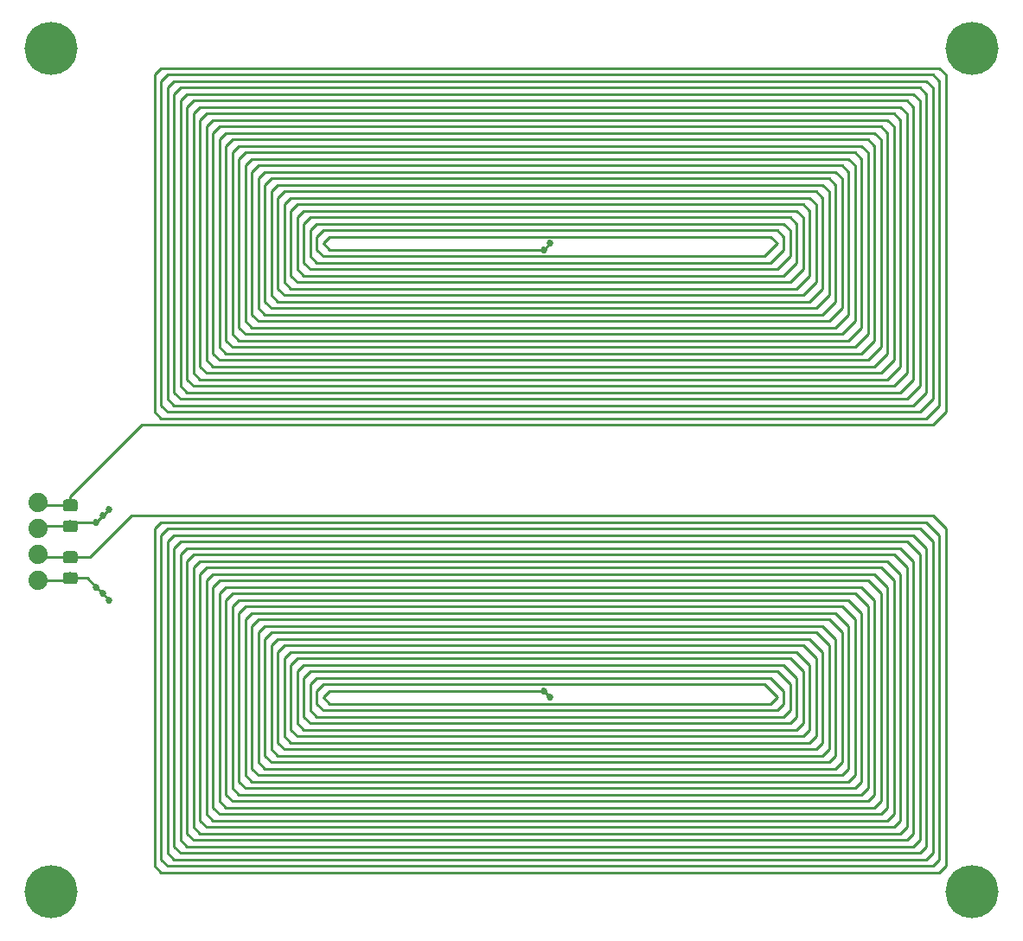
<source format=gbr>
G04 #@! TF.GenerationSoftware,KiCad,Pcbnew,(5.0.2)-1*
G04 #@! TF.CreationDate,2020-06-24T22:28:35-05:00*
G04 #@! TF.ProjectId,ProximityTankTwo_V1,50726f78-696d-4697-9479-54616e6b5477,rev?*
G04 #@! TF.SameCoordinates,Original*
G04 #@! TF.FileFunction,Copper,L1,Top*
G04 #@! TF.FilePolarity,Positive*
%FSLAX46Y46*%
G04 Gerber Fmt 4.6, Leading zero omitted, Abs format (unit mm)*
G04 Created by KiCad (PCBNEW (5.0.2)-1) date 6/24/2020 10:28:35 PM*
%MOMM*%
%LPD*%
G01*
G04 APERTURE LIST*
G04 #@! TA.AperFunction,Conductor*
%ADD10C,0.100000*%
G04 #@! TD*
G04 #@! TA.AperFunction,SMDPad,CuDef*
%ADD11C,1.150000*%
G04 #@! TD*
G04 #@! TA.AperFunction,ComponentPad*
%ADD12C,5.200000*%
G04 #@! TD*
G04 #@! TA.AperFunction,ComponentPad*
%ADD13C,0.500000*%
G04 #@! TD*
G04 #@! TA.AperFunction,ComponentPad*
%ADD14C,1.879600*%
G04 #@! TD*
G04 #@! TA.AperFunction,ViaPad*
%ADD15C,0.685800*%
G04 #@! TD*
G04 #@! TA.AperFunction,Conductor*
%ADD16C,0.254000*%
G04 #@! TD*
G04 APERTURE END LIST*
D10*
G04 #@! TO.N,/LC1*
G04 #@! TO.C,C1*
G36*
X30954505Y-72696204D02*
X30978773Y-72699804D01*
X31002572Y-72705765D01*
X31025671Y-72714030D01*
X31047850Y-72724520D01*
X31068893Y-72737132D01*
X31088599Y-72751747D01*
X31106777Y-72768223D01*
X31123253Y-72786401D01*
X31137868Y-72806107D01*
X31150480Y-72827150D01*
X31160970Y-72849329D01*
X31169235Y-72872428D01*
X31175196Y-72896227D01*
X31178796Y-72920495D01*
X31180000Y-72944999D01*
X31180000Y-73595001D01*
X31178796Y-73619505D01*
X31175196Y-73643773D01*
X31169235Y-73667572D01*
X31160970Y-73690671D01*
X31150480Y-73712850D01*
X31137868Y-73733893D01*
X31123253Y-73753599D01*
X31106777Y-73771777D01*
X31088599Y-73788253D01*
X31068893Y-73802868D01*
X31047850Y-73815480D01*
X31025671Y-73825970D01*
X31002572Y-73834235D01*
X30978773Y-73840196D01*
X30954505Y-73843796D01*
X30930001Y-73845000D01*
X30029999Y-73845000D01*
X30005495Y-73843796D01*
X29981227Y-73840196D01*
X29957428Y-73834235D01*
X29934329Y-73825970D01*
X29912150Y-73815480D01*
X29891107Y-73802868D01*
X29871401Y-73788253D01*
X29853223Y-73771777D01*
X29836747Y-73753599D01*
X29822132Y-73733893D01*
X29809520Y-73712850D01*
X29799030Y-73690671D01*
X29790765Y-73667572D01*
X29784804Y-73643773D01*
X29781204Y-73619505D01*
X29780000Y-73595001D01*
X29780000Y-72944999D01*
X29781204Y-72920495D01*
X29784804Y-72896227D01*
X29790765Y-72872428D01*
X29799030Y-72849329D01*
X29809520Y-72827150D01*
X29822132Y-72806107D01*
X29836747Y-72786401D01*
X29853223Y-72768223D01*
X29871401Y-72751747D01*
X29891107Y-72737132D01*
X29912150Y-72724520D01*
X29934329Y-72714030D01*
X29957428Y-72705765D01*
X29981227Y-72699804D01*
X30005495Y-72696204D01*
X30029999Y-72695000D01*
X30930001Y-72695000D01*
X30954505Y-72696204D01*
X30954505Y-72696204D01*
G37*
D11*
G04 #@! TD*
G04 #@! TO.P,C1,2*
G04 #@! TO.N,/LC1*
X30480000Y-73270000D03*
D10*
G04 #@! TO.N,/LC1*
G04 #@! TO.C,C1*
G36*
X30954505Y-74746204D02*
X30978773Y-74749804D01*
X31002572Y-74755765D01*
X31025671Y-74764030D01*
X31047850Y-74774520D01*
X31068893Y-74787132D01*
X31088599Y-74801747D01*
X31106777Y-74818223D01*
X31123253Y-74836401D01*
X31137868Y-74856107D01*
X31150480Y-74877150D01*
X31160970Y-74899329D01*
X31169235Y-74922428D01*
X31175196Y-74946227D01*
X31178796Y-74970495D01*
X31180000Y-74994999D01*
X31180000Y-75645001D01*
X31178796Y-75669505D01*
X31175196Y-75693773D01*
X31169235Y-75717572D01*
X31160970Y-75740671D01*
X31150480Y-75762850D01*
X31137868Y-75783893D01*
X31123253Y-75803599D01*
X31106777Y-75821777D01*
X31088599Y-75838253D01*
X31068893Y-75852868D01*
X31047850Y-75865480D01*
X31025671Y-75875970D01*
X31002572Y-75884235D01*
X30978773Y-75890196D01*
X30954505Y-75893796D01*
X30930001Y-75895000D01*
X30029999Y-75895000D01*
X30005495Y-75893796D01*
X29981227Y-75890196D01*
X29957428Y-75884235D01*
X29934329Y-75875970D01*
X29912150Y-75865480D01*
X29891107Y-75852868D01*
X29871401Y-75838253D01*
X29853223Y-75821777D01*
X29836747Y-75803599D01*
X29822132Y-75783893D01*
X29809520Y-75762850D01*
X29799030Y-75740671D01*
X29790765Y-75717572D01*
X29784804Y-75693773D01*
X29781204Y-75669505D01*
X29780000Y-75645001D01*
X29780000Y-74994999D01*
X29781204Y-74970495D01*
X29784804Y-74946227D01*
X29790765Y-74922428D01*
X29799030Y-74899329D01*
X29809520Y-74877150D01*
X29822132Y-74856107D01*
X29836747Y-74836401D01*
X29853223Y-74818223D01*
X29871401Y-74801747D01*
X29891107Y-74787132D01*
X29912150Y-74774520D01*
X29934329Y-74764030D01*
X29957428Y-74755765D01*
X29981227Y-74749804D01*
X30005495Y-74746204D01*
X30029999Y-74745000D01*
X30930001Y-74745000D01*
X30954505Y-74746204D01*
X30954505Y-74746204D01*
G37*
D11*
G04 #@! TD*
G04 #@! TO.P,C1,1*
G04 #@! TO.N,/LC1*
X30480000Y-75320000D03*
D10*
G04 #@! TO.N,/LC2*
G04 #@! TO.C,C2*
G36*
X30954505Y-79826204D02*
X30978773Y-79829804D01*
X31002572Y-79835765D01*
X31025671Y-79844030D01*
X31047850Y-79854520D01*
X31068893Y-79867132D01*
X31088599Y-79881747D01*
X31106777Y-79898223D01*
X31123253Y-79916401D01*
X31137868Y-79936107D01*
X31150480Y-79957150D01*
X31160970Y-79979329D01*
X31169235Y-80002428D01*
X31175196Y-80026227D01*
X31178796Y-80050495D01*
X31180000Y-80074999D01*
X31180000Y-80725001D01*
X31178796Y-80749505D01*
X31175196Y-80773773D01*
X31169235Y-80797572D01*
X31160970Y-80820671D01*
X31150480Y-80842850D01*
X31137868Y-80863893D01*
X31123253Y-80883599D01*
X31106777Y-80901777D01*
X31088599Y-80918253D01*
X31068893Y-80932868D01*
X31047850Y-80945480D01*
X31025671Y-80955970D01*
X31002572Y-80964235D01*
X30978773Y-80970196D01*
X30954505Y-80973796D01*
X30930001Y-80975000D01*
X30029999Y-80975000D01*
X30005495Y-80973796D01*
X29981227Y-80970196D01*
X29957428Y-80964235D01*
X29934329Y-80955970D01*
X29912150Y-80945480D01*
X29891107Y-80932868D01*
X29871401Y-80918253D01*
X29853223Y-80901777D01*
X29836747Y-80883599D01*
X29822132Y-80863893D01*
X29809520Y-80842850D01*
X29799030Y-80820671D01*
X29790765Y-80797572D01*
X29784804Y-80773773D01*
X29781204Y-80749505D01*
X29780000Y-80725001D01*
X29780000Y-80074999D01*
X29781204Y-80050495D01*
X29784804Y-80026227D01*
X29790765Y-80002428D01*
X29799030Y-79979329D01*
X29809520Y-79957150D01*
X29822132Y-79936107D01*
X29836747Y-79916401D01*
X29853223Y-79898223D01*
X29871401Y-79881747D01*
X29891107Y-79867132D01*
X29912150Y-79854520D01*
X29934329Y-79844030D01*
X29957428Y-79835765D01*
X29981227Y-79829804D01*
X30005495Y-79826204D01*
X30029999Y-79825000D01*
X30930001Y-79825000D01*
X30954505Y-79826204D01*
X30954505Y-79826204D01*
G37*
D11*
G04 #@! TD*
G04 #@! TO.P,C2,1*
G04 #@! TO.N,/LC2*
X30480000Y-80400000D03*
D10*
G04 #@! TO.N,/LC2*
G04 #@! TO.C,C2*
G36*
X30954505Y-77776204D02*
X30978773Y-77779804D01*
X31002572Y-77785765D01*
X31025671Y-77794030D01*
X31047850Y-77804520D01*
X31068893Y-77817132D01*
X31088599Y-77831747D01*
X31106777Y-77848223D01*
X31123253Y-77866401D01*
X31137868Y-77886107D01*
X31150480Y-77907150D01*
X31160970Y-77929329D01*
X31169235Y-77952428D01*
X31175196Y-77976227D01*
X31178796Y-78000495D01*
X31180000Y-78024999D01*
X31180000Y-78675001D01*
X31178796Y-78699505D01*
X31175196Y-78723773D01*
X31169235Y-78747572D01*
X31160970Y-78770671D01*
X31150480Y-78792850D01*
X31137868Y-78813893D01*
X31123253Y-78833599D01*
X31106777Y-78851777D01*
X31088599Y-78868253D01*
X31068893Y-78882868D01*
X31047850Y-78895480D01*
X31025671Y-78905970D01*
X31002572Y-78914235D01*
X30978773Y-78920196D01*
X30954505Y-78923796D01*
X30930001Y-78925000D01*
X30029999Y-78925000D01*
X30005495Y-78923796D01*
X29981227Y-78920196D01*
X29957428Y-78914235D01*
X29934329Y-78905970D01*
X29912150Y-78895480D01*
X29891107Y-78882868D01*
X29871401Y-78868253D01*
X29853223Y-78851777D01*
X29836747Y-78833599D01*
X29822132Y-78813893D01*
X29809520Y-78792850D01*
X29799030Y-78770671D01*
X29790765Y-78747572D01*
X29784804Y-78723773D01*
X29781204Y-78699505D01*
X29780000Y-78675001D01*
X29780000Y-78024999D01*
X29781204Y-78000495D01*
X29784804Y-77976227D01*
X29790765Y-77952428D01*
X29799030Y-77929329D01*
X29809520Y-77907150D01*
X29822132Y-77886107D01*
X29836747Y-77866401D01*
X29853223Y-77848223D01*
X29871401Y-77831747D01*
X29891107Y-77817132D01*
X29912150Y-77804520D01*
X29934329Y-77794030D01*
X29957428Y-77785765D01*
X29981227Y-77779804D01*
X30005495Y-77776204D01*
X30029999Y-77775000D01*
X30930001Y-77775000D01*
X30954505Y-77776204D01*
X30954505Y-77776204D01*
G37*
D11*
G04 #@! TD*
G04 #@! TO.P,C2,2*
G04 #@! TO.N,/LC2*
X30480000Y-78350000D03*
D12*
G04 #@! TO.P,H1,1*
G04 #@! TO.N,Net-(H1-Pad1)*
X28575000Y-28575000D03*
D13*
X30607000Y-28575000D03*
X26543000Y-28575000D03*
X28575000Y-26543000D03*
X28575000Y-30607000D03*
X30099000Y-30099000D03*
X30099000Y-27051000D03*
X27051000Y-27051000D03*
X27051000Y-30099000D03*
G04 #@! TD*
D12*
G04 #@! TO.P,H2,1*
G04 #@! TO.N,Net-(H2-Pad1)*
X118745000Y-28575000D03*
D13*
X120777000Y-28575000D03*
X116713000Y-28575000D03*
X118745000Y-26543000D03*
X118745000Y-30607000D03*
X120269000Y-30099000D03*
X120269000Y-27051000D03*
X117221000Y-27051000D03*
X117221000Y-30099000D03*
G04 #@! TD*
G04 #@! TO.P,H3,1*
G04 #@! TO.N,Net-(H3-Pad1)*
X117221000Y-112649000D03*
X117221000Y-109601000D03*
X120269000Y-109601000D03*
X120269000Y-112649000D03*
X118745000Y-113157000D03*
X118745000Y-109093000D03*
X116713000Y-111125000D03*
X120777000Y-111125000D03*
D12*
X118745000Y-111125000D03*
G04 #@! TD*
D13*
G04 #@! TO.P,H4,1*
G04 #@! TO.N,Net-(H4-Pad1)*
X27051000Y-112649000D03*
X27051000Y-109601000D03*
X30099000Y-109601000D03*
X30099000Y-112649000D03*
X28575000Y-113157000D03*
X28575000Y-109093000D03*
X26543000Y-111125000D03*
X30607000Y-111125000D03*
D12*
X28575000Y-111125000D03*
G04 #@! TD*
D14*
G04 #@! TO.P,J1,1*
G04 #@! TO.N,/LC1*
X27305000Y-73025000D03*
G04 #@! TO.P,J1,2*
X27305000Y-75565000D03*
G04 #@! TO.P,J1,3*
G04 #@! TO.N,/LC2*
X27305000Y-78105000D03*
G04 #@! TO.P,J1,4*
X27305000Y-80645000D03*
G04 #@! TD*
D15*
G04 #@! TO.N,/LC2*
X76835000Y-91440000D03*
X76835000Y-91440000D03*
X33020000Y-81280000D03*
X33655000Y-81915000D03*
X34290000Y-82550000D03*
X77470000Y-92075000D03*
X77470000Y-92075000D03*
G04 #@! TO.N,/LC1*
X76835000Y-48260000D03*
X76835000Y-48260000D03*
X77470000Y-47625000D03*
X77470000Y-47625000D03*
X33020000Y-74930000D03*
X33655000Y-74295000D03*
X34290000Y-73660000D03*
G04 #@! TD*
D16*
G04 #@! TO.N,/LC1*
X77470000Y-47625000D02*
X77470000Y-47625000D01*
G04 #@! TO.N,/LC2*
X52070000Y-88900000D02*
X52070000Y-95250000D01*
X52705000Y-88265000D02*
X52070000Y-88900000D01*
X100965000Y-88265000D02*
X52705000Y-88265000D01*
X102235000Y-89535000D02*
X100965000Y-88265000D01*
X102235000Y-94615000D02*
X102235000Y-89535000D01*
X101600000Y-95250000D02*
X102235000Y-94615000D01*
X99060000Y-90170000D02*
X54610000Y-90170000D01*
X100330000Y-91440000D02*
X99060000Y-90170000D01*
X100965000Y-90805000D02*
X99695000Y-89535000D01*
X99695000Y-93345000D02*
X100330000Y-92710000D01*
X100965000Y-93345000D02*
X100965000Y-90805000D01*
X55245000Y-93345000D02*
X99695000Y-93345000D01*
X99060000Y-92710000D02*
X99695000Y-92075000D01*
X54610000Y-92710000D02*
X55245000Y-93345000D01*
X55245000Y-90805000D02*
X54610000Y-91440000D01*
X98425000Y-90805000D02*
X55245000Y-90805000D01*
X100330000Y-92710000D02*
X100330000Y-91440000D01*
X99695000Y-92075000D02*
X98425000Y-90805000D01*
X54610000Y-91440000D02*
X54610000Y-92710000D01*
X77470000Y-92075000D02*
X77470000Y-92075000D01*
X76835000Y-91440000D02*
X76835000Y-91440000D01*
X55880000Y-91440000D02*
X55245000Y-92075000D01*
X55245000Y-92075000D02*
X55880000Y-92710000D01*
X55880000Y-92710000D02*
X99060000Y-92710000D01*
X54610000Y-90170000D02*
X53975000Y-90805000D01*
X53975000Y-90805000D02*
X53975000Y-93345000D01*
X100330000Y-93980000D02*
X100965000Y-93345000D01*
X53975000Y-93345000D02*
X54610000Y-93980000D01*
X54610000Y-93980000D02*
X100330000Y-93980000D01*
X100330000Y-88900000D02*
X53340000Y-88900000D01*
X99695000Y-89535000D02*
X53975000Y-89535000D01*
X53975000Y-89535000D02*
X53340000Y-90170000D01*
X53340000Y-90170000D02*
X53340000Y-93980000D01*
X53340000Y-93980000D02*
X53975000Y-94615000D01*
X52705000Y-89535000D02*
X52705000Y-94615000D01*
X53975000Y-94615000D02*
X100965000Y-94615000D01*
X100965000Y-94615000D02*
X101600000Y-93980000D01*
X101600000Y-93980000D02*
X101600000Y-90170000D01*
X101600000Y-90170000D02*
X100330000Y-88900000D01*
X53340000Y-88900000D02*
X52705000Y-89535000D01*
X52705000Y-94615000D02*
X53340000Y-95250000D01*
X53340000Y-95250000D02*
X101600000Y-95250000D01*
X52070000Y-95250000D02*
X52705000Y-95885000D01*
X52705000Y-95885000D02*
X102235000Y-95885000D01*
X102235000Y-95885000D02*
X102870000Y-95250000D01*
X102870000Y-95250000D02*
X102870000Y-88900000D01*
X103505000Y-95885000D02*
X103505000Y-88265000D01*
X104140000Y-96520000D02*
X104140000Y-87630000D01*
X104775000Y-97155000D02*
X104775000Y-86995000D01*
X102870000Y-88900000D02*
X101600000Y-87630000D01*
X101600000Y-87630000D02*
X52070000Y-87630000D01*
X52070000Y-87630000D02*
X51435000Y-88265000D01*
X51435000Y-88265000D02*
X51435000Y-95885000D01*
X51435000Y-95885000D02*
X52070000Y-96520000D01*
X52070000Y-96520000D02*
X102870000Y-96520000D01*
X102870000Y-96520000D02*
X103505000Y-95885000D01*
X103505000Y-88265000D02*
X102235000Y-86995000D01*
X102235000Y-86995000D02*
X51435000Y-86995000D01*
X51435000Y-86995000D02*
X50800000Y-87630000D01*
X50800000Y-87630000D02*
X50800000Y-96520000D01*
X50800000Y-96520000D02*
X51435000Y-97155000D01*
X51435000Y-97155000D02*
X103505000Y-97155000D01*
X103505000Y-97155000D02*
X104140000Y-96520000D01*
X104140000Y-87630000D02*
X102870000Y-86360000D01*
X102870000Y-86360000D02*
X50800000Y-86360000D01*
X50800000Y-86360000D02*
X50165000Y-86995000D01*
X50165000Y-86995000D02*
X50165000Y-97155000D01*
X50165000Y-97155000D02*
X50800000Y-97790000D01*
X50800000Y-97790000D02*
X104140000Y-97790000D01*
X104140000Y-97790000D02*
X104775000Y-97155000D01*
X104775000Y-86995000D02*
X103505000Y-85725000D01*
X103505000Y-85725000D02*
X50165000Y-85725000D01*
X50165000Y-85725000D02*
X49530000Y-86360000D01*
X49530000Y-86360000D02*
X49530000Y-97790000D01*
X49530000Y-97790000D02*
X50165000Y-98425000D01*
X50165000Y-98425000D02*
X104775000Y-98425000D01*
X104775000Y-98425000D02*
X105410000Y-97790000D01*
X105410000Y-97790000D02*
X105410000Y-86360000D01*
X105410000Y-86360000D02*
X104140000Y-85090000D01*
X104140000Y-85090000D02*
X50165000Y-85090000D01*
X50165000Y-85090000D02*
X49530000Y-85090000D01*
X49530000Y-85090000D02*
X48895000Y-85725000D01*
X48895000Y-85725000D02*
X48895000Y-98425000D01*
X48895000Y-98425000D02*
X49530000Y-99060000D01*
X49530000Y-99060000D02*
X105410000Y-99060000D01*
X105410000Y-99060000D02*
X106045000Y-98425000D01*
X106045000Y-98425000D02*
X106045000Y-85725000D01*
X106045000Y-85725000D02*
X104775000Y-84455000D01*
X104775000Y-84455000D02*
X48895000Y-84455000D01*
X48895000Y-84455000D02*
X48260000Y-85090000D01*
X48260000Y-85090000D02*
X48260000Y-99060000D01*
X48260000Y-99060000D02*
X48895000Y-99695000D01*
X48895000Y-99695000D02*
X106045000Y-99695000D01*
X106045000Y-99695000D02*
X106680000Y-99060000D01*
X106680000Y-99060000D02*
X106680000Y-85090000D01*
X106680000Y-85090000D02*
X105410000Y-83820000D01*
X105410000Y-83820000D02*
X48260000Y-83820000D01*
X48260000Y-83820000D02*
X47625000Y-84455000D01*
X47625000Y-84455000D02*
X47625000Y-99695000D01*
X47625000Y-99695000D02*
X48260000Y-100330000D01*
X48260000Y-100330000D02*
X106680000Y-100330000D01*
X106680000Y-100330000D02*
X107315000Y-99695000D01*
X107315000Y-99695000D02*
X107315000Y-84455000D01*
X107315000Y-84455000D02*
X106045000Y-83185000D01*
X106045000Y-83185000D02*
X47625000Y-83185000D01*
X47625000Y-83185000D02*
X46990000Y-83820000D01*
X46990000Y-83820000D02*
X46990000Y-100330000D01*
X46990000Y-100330000D02*
X47625000Y-100965000D01*
X47625000Y-100965000D02*
X107315000Y-100965000D01*
X107315000Y-100965000D02*
X107950000Y-100330000D01*
X107950000Y-100330000D02*
X107950000Y-83820000D01*
X107950000Y-83820000D02*
X106680000Y-82550000D01*
X106680000Y-82550000D02*
X46990000Y-82550000D01*
X46990000Y-82550000D02*
X46355000Y-83185000D01*
X46355000Y-83185000D02*
X46355000Y-100965000D01*
X46355000Y-100965000D02*
X46990000Y-101600000D01*
X46990000Y-101600000D02*
X107950000Y-101600000D01*
X107950000Y-101600000D02*
X108585000Y-100965000D01*
X108585000Y-100965000D02*
X108585000Y-83185000D01*
X108585000Y-83185000D02*
X107315000Y-81915000D01*
X107315000Y-81915000D02*
X46355000Y-81915000D01*
X46355000Y-81915000D02*
X45720000Y-82550000D01*
X45720000Y-82550000D02*
X45720000Y-101600000D01*
X45720000Y-101600000D02*
X46355000Y-102235000D01*
X46355000Y-102235000D02*
X108585000Y-102235000D01*
X108585000Y-102235000D02*
X109220000Y-101600000D01*
X109220000Y-101600000D02*
X109220000Y-82550000D01*
X109220000Y-82550000D02*
X107950000Y-81280000D01*
X107950000Y-81280000D02*
X45720000Y-81280000D01*
X45720000Y-81280000D02*
X45085000Y-81915000D01*
X45085000Y-81915000D02*
X45085000Y-102235000D01*
X45085000Y-102235000D02*
X45720000Y-102870000D01*
X45720000Y-102870000D02*
X109220000Y-102870000D01*
X109220000Y-102870000D02*
X109855000Y-102235000D01*
X109855000Y-102235000D02*
X109855000Y-81915000D01*
X109855000Y-81915000D02*
X108585000Y-80645000D01*
X108585000Y-80645000D02*
X45085000Y-80645000D01*
X45085000Y-80645000D02*
X44450000Y-81280000D01*
X44450000Y-81280000D02*
X44450000Y-102870000D01*
X44450000Y-102870000D02*
X45085000Y-103505000D01*
X45085000Y-103505000D02*
X109855000Y-103505000D01*
X109855000Y-103505000D02*
X110490000Y-102870000D01*
X110490000Y-102870000D02*
X110490000Y-81280000D01*
X110490000Y-81280000D02*
X109220000Y-80010000D01*
X109220000Y-80010000D02*
X45085000Y-80010000D01*
X45085000Y-80010000D02*
X44450000Y-80010000D01*
X44450000Y-80010000D02*
X43815000Y-80645000D01*
X43815000Y-80645000D02*
X43815000Y-103505000D01*
X43815000Y-103505000D02*
X44450000Y-104140000D01*
X44450000Y-104140000D02*
X110490000Y-104140000D01*
X110490000Y-104140000D02*
X111125000Y-103505000D01*
X111125000Y-103505000D02*
X111125000Y-80645000D01*
X111125000Y-80645000D02*
X109855000Y-79375000D01*
X109855000Y-79375000D02*
X43815000Y-79375000D01*
X43815000Y-79375000D02*
X43180000Y-80010000D01*
X43180000Y-80010000D02*
X43180000Y-104140000D01*
X43180000Y-104140000D02*
X43815000Y-104775000D01*
X43815000Y-104775000D02*
X111125000Y-104775000D01*
X111125000Y-104775000D02*
X111760000Y-104140000D01*
X111760000Y-104140000D02*
X111760000Y-80010000D01*
X111760000Y-80010000D02*
X110490000Y-78740000D01*
X110490000Y-78740000D02*
X43180000Y-78740000D01*
X43180000Y-78740000D02*
X42545000Y-79375000D01*
X42545000Y-79375000D02*
X42545000Y-104775000D01*
X42545000Y-104775000D02*
X43180000Y-105410000D01*
X43180000Y-105410000D02*
X111760000Y-105410000D01*
X111760000Y-105410000D02*
X112395000Y-104775000D01*
X112395000Y-104775000D02*
X112395000Y-79375000D01*
X112395000Y-79375000D02*
X111125000Y-78105000D01*
X111125000Y-78105000D02*
X42545000Y-78105000D01*
X42545000Y-78105000D02*
X41910000Y-78740000D01*
X41910000Y-78740000D02*
X41910000Y-105410000D01*
X41910000Y-105410000D02*
X42545000Y-106045000D01*
X42545000Y-106045000D02*
X112395000Y-106045000D01*
X112395000Y-106045000D02*
X113030000Y-105410000D01*
X113030000Y-105410000D02*
X113030000Y-78740000D01*
X113030000Y-78740000D02*
X111760000Y-77470000D01*
X111760000Y-77470000D02*
X41910000Y-77470000D01*
X41910000Y-77470000D02*
X41275000Y-78105000D01*
X41275000Y-78105000D02*
X41275000Y-106045000D01*
X41275000Y-106045000D02*
X41910000Y-106680000D01*
X41910000Y-106680000D02*
X113030000Y-106680000D01*
X113030000Y-106680000D02*
X113665000Y-106045000D01*
X113665000Y-106045000D02*
X113665000Y-78105000D01*
X113665000Y-78105000D02*
X112395000Y-76835000D01*
X112395000Y-76835000D02*
X41275000Y-76835000D01*
X41275000Y-76835000D02*
X40640000Y-77470000D01*
X40640000Y-77470000D02*
X40640000Y-106680000D01*
X40640000Y-106680000D02*
X41275000Y-107315000D01*
X41275000Y-107315000D02*
X113665000Y-107315000D01*
X113665000Y-107315000D02*
X114300000Y-106680000D01*
X114300000Y-106680000D02*
X114300000Y-77470000D01*
X114300000Y-77470000D02*
X113030000Y-76200000D01*
X113030000Y-76200000D02*
X40640000Y-76200000D01*
X40640000Y-76200000D02*
X40005000Y-76835000D01*
X40005000Y-76835000D02*
X40005000Y-107315000D01*
X40005000Y-107315000D02*
X40640000Y-107950000D01*
X40640000Y-107950000D02*
X114300000Y-107950000D01*
X114300000Y-107950000D02*
X114935000Y-107315000D01*
X114935000Y-107315000D02*
X114935000Y-76835000D01*
X114935000Y-76835000D02*
X113665000Y-75565000D01*
X113665000Y-75565000D02*
X40005000Y-75565000D01*
X40005000Y-75565000D02*
X39370000Y-76200000D01*
X39370000Y-76200000D02*
X39370000Y-107950000D01*
X39370000Y-107950000D02*
X40005000Y-108585000D01*
X40005000Y-108585000D02*
X114935000Y-108585000D01*
X114935000Y-108585000D02*
X115570000Y-107950000D01*
X115570000Y-107950000D02*
X115570000Y-76200000D01*
X115570000Y-76200000D02*
X114300000Y-74930000D01*
X114300000Y-74930000D02*
X39370000Y-74930000D01*
X39370000Y-74930000D02*
X38735000Y-75565000D01*
X38735000Y-75565000D02*
X38735000Y-108585000D01*
X38735000Y-108585000D02*
X39370000Y-109220000D01*
X39370000Y-109220000D02*
X57785000Y-109220000D01*
X57785000Y-109220000D02*
X92710000Y-109220000D01*
X92710000Y-109220000D02*
X115570000Y-109220000D01*
X115570000Y-109220000D02*
X116205000Y-108585000D01*
X116205000Y-108585000D02*
X116205000Y-75565000D01*
X116205000Y-75565000D02*
X114935000Y-74295000D01*
X114935000Y-74295000D02*
X85725000Y-74295000D01*
X85725000Y-74295000D02*
X68580000Y-74295000D01*
X68580000Y-74295000D02*
X40005000Y-74295000D01*
X40005000Y-74295000D02*
X38735000Y-74295000D01*
X38735000Y-74295000D02*
X37465000Y-74295000D01*
X36440000Y-74295000D02*
X32385000Y-78350000D01*
X37465000Y-74295000D02*
X36440000Y-74295000D01*
X30480000Y-78350000D02*
X32385000Y-78350000D01*
X27550000Y-78350000D02*
X27305000Y-78105000D01*
X30480000Y-78350000D02*
X27550000Y-78350000D01*
X30235000Y-80645000D02*
X30480000Y-80400000D01*
X27305000Y-80645000D02*
X30235000Y-80645000D01*
X30480000Y-80400000D02*
X32140000Y-80400000D01*
X76835000Y-91440000D02*
X55880000Y-91440000D01*
X76835000Y-91440000D02*
X76835000Y-91440000D01*
X32140000Y-80400000D02*
X33020000Y-81280000D01*
X33020000Y-81280000D02*
X33655000Y-81915000D01*
X33655000Y-81915000D02*
X34290000Y-82550000D01*
X76835000Y-91440000D02*
X77470000Y-92075000D01*
X77470000Y-92075000D02*
X77470000Y-92075000D01*
X77470000Y-92075000D02*
X77470000Y-92075000D01*
G04 #@! TO.N,/LC1*
X27550000Y-75320000D02*
X27305000Y-75565000D01*
X30480000Y-75320000D02*
X27550000Y-75320000D01*
X76835000Y-48260000D02*
X76835000Y-48260000D01*
X76835000Y-48260000D02*
X76835000Y-48260000D01*
X77470000Y-47625000D02*
X76835000Y-48260000D01*
X77470000Y-47625000D02*
X77470000Y-47625000D01*
X27550000Y-73270000D02*
X27305000Y-73025000D01*
X30480000Y-73270000D02*
X27550000Y-73270000D01*
X30480000Y-72390000D02*
X30480000Y-73270000D01*
X37465000Y-65405000D02*
X30480000Y-72390000D01*
X114935000Y-65405000D02*
X37465000Y-65405000D01*
X116205000Y-64135000D02*
X114935000Y-65405000D01*
X116205000Y-31115000D02*
X116205000Y-64135000D01*
X115570000Y-30480000D02*
X116205000Y-31115000D01*
X38735000Y-31115000D02*
X39370000Y-30480000D01*
X38735000Y-64135000D02*
X38735000Y-31115000D01*
X39370000Y-64770000D02*
X38735000Y-64135000D01*
X114300000Y-64770000D02*
X39370000Y-64770000D01*
X115570000Y-63500000D02*
X114300000Y-64770000D01*
X114935000Y-31115000D02*
X115570000Y-31750000D01*
X40005000Y-31115000D02*
X114935000Y-31115000D01*
X39370000Y-31750000D02*
X40005000Y-31115000D01*
X39370000Y-63500000D02*
X39370000Y-31750000D01*
X40005000Y-64135000D02*
X39370000Y-63500000D01*
X113665000Y-64135000D02*
X40005000Y-64135000D01*
X114935000Y-62865000D02*
X113665000Y-64135000D01*
X114935000Y-32385000D02*
X114935000Y-62865000D01*
X114300000Y-31750000D02*
X114935000Y-32385000D01*
X40640000Y-31750000D02*
X114300000Y-31750000D01*
X40005000Y-32385000D02*
X40640000Y-31750000D01*
X40640000Y-63500000D02*
X40005000Y-62865000D01*
X113030000Y-63500000D02*
X40640000Y-63500000D01*
X114300000Y-62230000D02*
X113030000Y-63500000D01*
X113665000Y-32385000D02*
X114300000Y-33020000D01*
X41275000Y-32385000D02*
X113665000Y-32385000D01*
X40640000Y-33020000D02*
X41275000Y-32385000D01*
X40640000Y-62230000D02*
X40640000Y-33020000D01*
X41275000Y-62865000D02*
X40640000Y-62230000D01*
X112395000Y-62865000D02*
X41275000Y-62865000D01*
X113665000Y-61595000D02*
X112395000Y-62865000D01*
X113665000Y-33655000D02*
X113665000Y-61595000D01*
X113030000Y-33020000D02*
X113665000Y-33655000D01*
X41910000Y-33020000D02*
X113030000Y-33020000D01*
X41275000Y-33655000D02*
X41910000Y-33020000D01*
X41275000Y-61595000D02*
X41275000Y-33655000D01*
X41910000Y-62230000D02*
X41275000Y-61595000D01*
X111760000Y-62230000D02*
X41910000Y-62230000D01*
X113030000Y-60960000D02*
X111760000Y-62230000D01*
X112395000Y-33655000D02*
X113030000Y-34290000D01*
X42545000Y-33655000D02*
X112395000Y-33655000D01*
X41910000Y-34290000D02*
X42545000Y-33655000D01*
X41910000Y-60960000D02*
X41910000Y-34290000D01*
X100330000Y-45720000D02*
X100965000Y-46355000D01*
X104775000Y-42545000D02*
X104775000Y-52705000D01*
X102870000Y-53340000D02*
X50800000Y-53340000D01*
X46990000Y-57150000D02*
X46355000Y-56515000D01*
X115570000Y-31750000D02*
X115570000Y-63500000D01*
X99060000Y-49530000D02*
X54610000Y-49530000D01*
X50800000Y-52070000D02*
X50800000Y-43180000D01*
X51435000Y-52705000D02*
X50800000Y-52070000D01*
X101600000Y-44450000D02*
X102235000Y-45085000D01*
X46990000Y-55880000D02*
X46990000Y-39370000D01*
X50800000Y-43180000D02*
X51435000Y-42545000D01*
X54610000Y-46990000D02*
X55245000Y-46355000D01*
X103505000Y-51435000D02*
X102235000Y-52705000D01*
X44450000Y-35560000D02*
X110490000Y-35560000D01*
X43180000Y-60960000D02*
X42545000Y-60325000D01*
X106680000Y-57150000D02*
X46990000Y-57150000D01*
X102870000Y-43180000D02*
X103505000Y-43815000D01*
X44450000Y-59690000D02*
X43815000Y-59055000D01*
X104775000Y-52705000D02*
X103505000Y-53975000D01*
X99695000Y-50165000D02*
X53975000Y-50165000D01*
X46990000Y-39370000D02*
X47625000Y-38735000D01*
X52070000Y-43180000D02*
X102870000Y-43180000D01*
X45720000Y-38100000D02*
X46355000Y-37465000D01*
X111760000Y-35560000D02*
X111760000Y-59690000D01*
X51435000Y-51435000D02*
X51435000Y-43815000D01*
X46355000Y-37465000D02*
X108585000Y-37465000D01*
X52070000Y-52070000D02*
X51435000Y-51435000D01*
X110490000Y-36830000D02*
X110490000Y-58420000D01*
X49530000Y-41910000D02*
X50165000Y-41275000D01*
X101600000Y-52070000D02*
X52070000Y-52070000D01*
X105410000Y-41910000D02*
X105410000Y-53340000D01*
X102870000Y-50800000D02*
X101600000Y-52070000D01*
X44450000Y-58420000D02*
X44450000Y-36830000D01*
X111760000Y-34290000D02*
X112395000Y-34925000D01*
X102870000Y-44450000D02*
X102870000Y-50800000D01*
X46355000Y-57785000D02*
X45720000Y-57150000D01*
X102235000Y-43815000D02*
X102870000Y-44450000D01*
X52705000Y-43815000D02*
X102235000Y-43815000D01*
X47625000Y-40005000D02*
X48260000Y-39370000D01*
X111125000Y-36195000D02*
X111125000Y-59055000D01*
X104140000Y-52070000D02*
X102870000Y-53340000D01*
X52070000Y-44450000D02*
X52705000Y-43815000D01*
X52705000Y-51435000D02*
X52070000Y-50800000D01*
X44450000Y-36830000D02*
X45085000Y-36195000D01*
X100965000Y-51435000D02*
X52705000Y-51435000D01*
X108585000Y-38735000D02*
X108585000Y-56515000D01*
X102235000Y-45085000D02*
X102235000Y-50165000D01*
X109220000Y-36830000D02*
X109855000Y-37465000D01*
X43815000Y-34925000D02*
X111125000Y-34925000D01*
X51435000Y-43815000D02*
X52070000Y-43180000D01*
X107315000Y-38735000D02*
X107950000Y-39370000D01*
X43180000Y-59690000D02*
X43180000Y-35560000D01*
X39370000Y-30480000D02*
X115570000Y-30480000D01*
X100330000Y-48260000D02*
X99060000Y-49530000D01*
X100330000Y-46990000D02*
X100330000Y-48260000D01*
X107950000Y-55880000D02*
X106680000Y-57150000D01*
X54610000Y-48260000D02*
X54610000Y-46990000D01*
X42545000Y-34925000D02*
X43180000Y-34290000D01*
X105410000Y-53340000D02*
X104140000Y-54610000D01*
X55245000Y-46355000D02*
X99695000Y-46355000D01*
X49530000Y-53340000D02*
X49530000Y-41910000D01*
X106045000Y-53975000D02*
X104775000Y-55245000D01*
X104140000Y-41910000D02*
X104775000Y-42545000D01*
X55880000Y-48260000D02*
X55245000Y-47625000D01*
X54610000Y-49530000D02*
X53975000Y-48895000D01*
X109855000Y-37465000D02*
X109855000Y-57785000D01*
X50165000Y-41275000D02*
X104775000Y-41275000D01*
X53975000Y-46355000D02*
X54610000Y-45720000D01*
X45085000Y-57785000D02*
X45085000Y-37465000D01*
X42545000Y-60325000D02*
X42545000Y-34925000D01*
X103505000Y-43815000D02*
X103505000Y-51435000D01*
X43815000Y-59055000D02*
X43815000Y-36195000D01*
X53340000Y-44450000D02*
X101600000Y-44450000D01*
X110490000Y-58420000D02*
X109220000Y-59690000D01*
X111125000Y-59055000D02*
X109855000Y-60325000D01*
X40005000Y-62865000D02*
X40005000Y-32385000D01*
X102235000Y-52705000D02*
X51435000Y-52705000D01*
X48895000Y-53975000D02*
X48895000Y-41275000D01*
X52070000Y-50800000D02*
X52070000Y-44450000D01*
X45085000Y-36195000D02*
X109855000Y-36195000D01*
X112395000Y-60325000D02*
X111125000Y-61595000D01*
X113030000Y-34290000D02*
X113030000Y-60960000D01*
X76835000Y-48260000D02*
X55880000Y-48260000D01*
X103505000Y-53975000D02*
X50165000Y-53975000D01*
X50165000Y-42545000D02*
X50800000Y-41910000D01*
X52705000Y-50165000D02*
X52705000Y-45085000D01*
X45720000Y-36830000D02*
X109220000Y-36830000D01*
X104775000Y-41275000D02*
X105410000Y-41910000D01*
X99695000Y-46355000D02*
X100330000Y-46990000D01*
X54610000Y-45720000D02*
X100330000Y-45720000D01*
X48895000Y-40005000D02*
X106045000Y-40005000D01*
X108585000Y-56515000D02*
X107315000Y-57785000D01*
X55880000Y-46990000D02*
X99060000Y-46990000D01*
X50165000Y-52705000D02*
X50165000Y-42545000D01*
X52705000Y-45085000D02*
X53340000Y-44450000D01*
X45720000Y-57150000D02*
X45720000Y-38100000D01*
X101600000Y-45720000D02*
X101600000Y-49530000D01*
X109220000Y-59690000D02*
X44450000Y-59690000D01*
X48260000Y-55880000D02*
X47625000Y-55245000D01*
X99060000Y-46990000D02*
X99695000Y-47625000D01*
X55245000Y-47625000D02*
X55880000Y-46990000D01*
X48260000Y-40640000D02*
X48895000Y-40005000D01*
X53975000Y-48895000D02*
X53975000Y-46355000D01*
X107315000Y-40005000D02*
X107315000Y-55245000D01*
X102235000Y-50165000D02*
X100965000Y-51435000D01*
X108585000Y-59055000D02*
X45085000Y-59055000D01*
X42545000Y-61595000D02*
X41910000Y-60960000D01*
X99695000Y-47625000D02*
X98425000Y-48895000D01*
X53340000Y-49530000D02*
X53340000Y-45720000D01*
X47625000Y-56515000D02*
X46990000Y-55880000D01*
X50800000Y-53340000D02*
X50165000Y-52705000D01*
X100965000Y-46355000D02*
X100965000Y-48895000D01*
X100965000Y-48895000D02*
X99695000Y-50165000D01*
X107950000Y-39370000D02*
X107950000Y-55880000D01*
X53975000Y-50165000D02*
X53340000Y-49530000D01*
X50165000Y-53975000D02*
X49530000Y-53340000D01*
X114300000Y-33020000D02*
X114300000Y-62230000D01*
X104140000Y-43180000D02*
X104140000Y-52070000D01*
X55245000Y-48895000D02*
X54610000Y-48260000D01*
X53975000Y-45085000D02*
X100965000Y-45085000D01*
X100965000Y-45085000D02*
X101600000Y-45720000D01*
X109220000Y-38100000D02*
X109220000Y-57150000D01*
X98425000Y-48895000D02*
X55245000Y-48895000D01*
X50800000Y-41910000D02*
X104140000Y-41910000D01*
X106045000Y-40005000D02*
X106680000Y-40640000D01*
X47625000Y-38735000D02*
X107315000Y-38735000D01*
X100330000Y-50800000D02*
X53340000Y-50800000D01*
X43815000Y-36195000D02*
X44450000Y-35560000D01*
X112395000Y-34925000D02*
X112395000Y-60325000D01*
X53340000Y-50800000D02*
X52705000Y-50165000D01*
X109855000Y-36195000D02*
X110490000Y-36830000D01*
X104140000Y-54610000D02*
X49530000Y-54610000D01*
X49530000Y-54610000D02*
X48895000Y-53975000D01*
X48895000Y-41275000D02*
X49530000Y-40640000D01*
X49530000Y-40640000D02*
X105410000Y-40640000D01*
X45085000Y-37465000D02*
X45720000Y-36830000D01*
X105410000Y-40640000D02*
X106045000Y-41275000D01*
X109855000Y-57785000D02*
X108585000Y-59055000D01*
X106045000Y-41275000D02*
X106045000Y-53975000D01*
X107950000Y-38100000D02*
X108585000Y-38735000D01*
X108585000Y-37465000D02*
X109220000Y-38100000D01*
X104775000Y-55245000D02*
X48895000Y-55245000D01*
X45085000Y-59055000D02*
X44450000Y-58420000D01*
X101600000Y-49530000D02*
X100330000Y-50800000D01*
X48895000Y-55245000D02*
X48260000Y-54610000D01*
X53340000Y-45720000D02*
X53975000Y-45085000D01*
X48260000Y-54610000D02*
X48260000Y-40640000D01*
X106680000Y-40640000D02*
X106680000Y-54610000D01*
X111125000Y-61595000D02*
X42545000Y-61595000D01*
X106680000Y-54610000D02*
X105410000Y-55880000D01*
X105410000Y-55880000D02*
X48260000Y-55880000D01*
X47625000Y-55245000D02*
X47625000Y-40005000D01*
X48260000Y-39370000D02*
X106680000Y-39370000D01*
X106680000Y-39370000D02*
X107315000Y-40005000D01*
X107315000Y-55245000D02*
X106045000Y-56515000D01*
X51435000Y-42545000D02*
X103505000Y-42545000D01*
X106045000Y-56515000D02*
X47625000Y-56515000D01*
X46355000Y-56515000D02*
X46355000Y-38735000D01*
X46355000Y-38735000D02*
X46990000Y-38100000D01*
X103505000Y-42545000D02*
X104140000Y-43180000D01*
X46990000Y-38100000D02*
X107950000Y-38100000D01*
X107315000Y-57785000D02*
X46355000Y-57785000D01*
X109220000Y-57150000D02*
X107950000Y-58420000D01*
X107950000Y-58420000D02*
X45720000Y-58420000D01*
X45720000Y-58420000D02*
X45085000Y-57785000D01*
X110490000Y-35560000D02*
X111125000Y-36195000D01*
X109855000Y-60325000D02*
X43815000Y-60325000D01*
X43815000Y-60325000D02*
X43180000Y-59690000D01*
X43180000Y-35560000D02*
X43815000Y-34925000D01*
X111125000Y-34925000D02*
X111760000Y-35560000D01*
X111760000Y-59690000D02*
X110490000Y-60960000D01*
X110490000Y-60960000D02*
X43180000Y-60960000D01*
X43180000Y-34290000D02*
X111760000Y-34290000D01*
X30870000Y-74930000D02*
X30480000Y-75320000D01*
X33020000Y-74930000D02*
X30870000Y-74930000D01*
X33020000Y-74930000D02*
X34290000Y-73660000D01*
G04 #@! TD*
M02*

</source>
